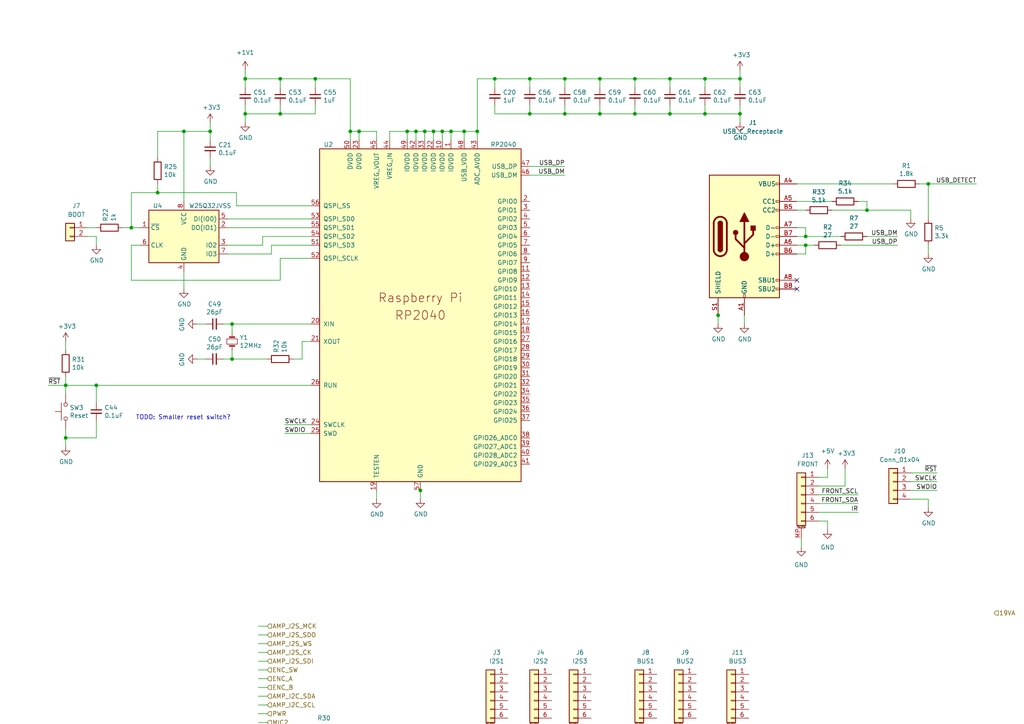
<source format=kicad_sch>
(kicad_sch (version 20210621) (generator eeschema)
  (paper "A4")
  (lib_symbols
    (symbol "Connector:USB_C_Receptacle_USB2.0" (pin_names (offset 1.016))
      (property "Reference" "J" (at -10.16 19.05 0))
      (property "Value" "USB_C_Receptacle_USB2.0" (at 19.05 19.05 0))
      (symbol "USB_C_Receptacle_USB2.0_0_0"
        (rectangle (start -0.254 -17.78) (end 0.254 -16.764))
        (rectangle (start 10.16 -14.986) (end 9.144 -15.494))
        (rectangle (start 10.16 -12.446) (end 9.144 -12.954))
        (rectangle (start 10.16 -4.826) (end 9.144 -5.334))
        (rectangle (start 10.16 -2.286) (end 9.144 -2.794))
        (rectangle (start 10.16 0.254) (end 9.144 -0.254))
        (rectangle (start 10.16 2.794) (end 9.144 2.286))
        (rectangle (start 10.16 7.874) (end 9.144 7.366))
        (rectangle (start 10.16 10.414) (end 9.144 9.906))
        (rectangle (start 10.16 15.494) (end 9.144 14.986))
      )
      (symbol "USB_C_Receptacle_USB2.0_0_1"
        (arc (start -8.89 -3.81) (end -5.08 -3.81) (radius (at -6.985 -3.81) (length 1.905) (angles -179.9 -0.1)) (stroke (width 0.508)))
        (arc (start -7.62 -3.81) (end -6.35 -3.81) (radius (at -6.985 -3.81) (length 0.635) (angles -179.9 -0.1)) (stroke (width 0.254)))
        (arc (start -6.35 3.81) (end -7.62 3.81) (radius (at -6.985 3.81) (length 0.635) (angles 0.1 179.9)) (stroke (width 0.254)))
        (arc (start -5.08 3.81) (end -8.89 3.81) (radius (at -6.985 3.81) (length 1.905) (angles 0.1 179.9)) (stroke (width 0.508)))
        (arc (start -7.62 -3.81) (end -6.35 -3.81) (radius (at -6.985 -3.81) (length 0.635) (angles -179.9 -0.1)) (stroke (width 0.254)) (fill (type outline)))
        (arc (start -6.35 3.81) (end -7.62 3.81) (radius (at -6.985 3.81) (length 0.635) (angles 0.1 179.9)) (stroke (width 0.254)) (fill (type outline)))
        (circle (center -2.54 1.143) (radius 0.635) (stroke (width 0.254)) (fill (type outline)))
        (circle (center 0 -5.842) (radius 1.27) (fill (type outline)))
        (rectangle (start -7.62 -3.81) (end -6.35 3.81) (stroke (width 0.254)) (fill (type outline)))
        (rectangle (start 1.905 1.778) (end 3.175 3.048) (stroke (width 0.254)) (fill (type outline)))
        (rectangle (start -10.16 17.78) (end 10.16 -17.78) (stroke (width 0.254)) (fill (type background)))
        (polyline (pts (xy -8.89 -3.81) (xy -8.89 3.81)) (stroke (width 0.508)))
        (polyline (pts (xy -5.08 3.81) (xy -5.08 -3.81)) (stroke (width 0.508)))
        (polyline (pts (xy 0 -5.842) (xy 0 4.318)) (stroke (width 0.508)))
        (polyline (pts (xy 0 -3.302) (xy -2.54 -0.762) (xy -2.54 0.508)) (stroke (width 0.508)))
        (polyline (pts (xy 0 -2.032) (xy 2.54 0.508) (xy 2.54 1.778)) (stroke (width 0.508)))
        (polyline (pts (xy -1.27 4.318) (xy 0 6.858) (xy 1.27 4.318) (xy -1.27 4.318)) (stroke (width 0.254)) (fill (type outline)))
      )
      (symbol "USB_C_Receptacle_USB2.0_1_1"
        (pin passive line (at 0 -22.86 90) (length 5.08) (name "GND") (number "A1"))
        (pin passive line (at 0 -22.86 90) (length 5.08) hide (name "GND") (number "A12"))
        (pin passive line (at 15.24 15.24 180) (length 5.08) (name "VBUS") (number "A4"))
        (pin bidirectional line (at 15.24 10.16 180) (length 5.08) (name "CC1") (number "A5"))
        (pin bidirectional line (at 15.24 -2.54 180) (length 5.08) (name "D+") (number "A6"))
        (pin bidirectional line (at 15.24 2.54 180) (length 5.08) (name "D-") (number "A7"))
        (pin bidirectional line (at 15.24 -12.7 180) (length 5.08) (name "SBU1") (number "A8"))
        (pin passive line (at 15.24 15.24 180) (length 5.08) hide (name "VBUS") (number "A9"))
        (pin passive line (at 0 -22.86 90) (length 5.08) hide (name "GND") (number "B1"))
        (pin passive line (at 0 -22.86 90) (length 5.08) hide (name "GND") (number "B12"))
        (pin passive line (at 15.24 15.24 180) (length 5.08) hide (name "VBUS") (number "B4"))
        (pin bidirectional line (at 15.24 7.62 180) (length 5.08) (name "CC2") (number "B5"))
        (pin bidirectional line (at 15.24 -5.08 180) (length 5.08) (name "D+") (number "B6"))
        (pin bidirectional line (at 15.24 0 180) (length 5.08) (name "D-") (number "B7"))
        (pin bidirectional line (at 15.24 -15.24 180) (length 5.08) (name "SBU2") (number "B8"))
        (pin passive line (at 15.24 15.24 180) (length 5.08) hide (name "VBUS") (number "B9"))
        (pin passive line (at -7.62 -22.86 90) (length 5.08) (name "SHIELD") (number "S1"))
      )
    )
    (symbol "Connector_Generic:Conn_01x02" (pin_names (offset 1.016) hide)
      (property "Reference" "J" (at 0 2.54 0))
      (property "Value" "Conn_01x02" (at 0 -5.08 0))
      (symbol "Conn_01x02_1_1"
        (rectangle (start -1.27 -2.413) (end 0 -2.667) (stroke (width 0.1524)))
        (rectangle (start -1.27 0.127) (end 0 -0.127) (stroke (width 0.1524)))
        (rectangle (start -1.27 1.27) (end 1.27 -3.81) (stroke (width 0.254)) (fill (type background)))
        (pin passive line (at -5.08 0 0) (length 3.81) (name "Pin_1") (number "1"))
        (pin passive line (at -5.08 -2.54 0) (length 3.81) (name "Pin_2") (number "2"))
      )
    )
    (symbol "Connector_Generic:Conn_01x04" (pin_names (offset 1.016) hide)
      (property "Reference" "J" (at 0 5.08 0))
      (property "Value" "Conn_01x04" (at 0 -7.62 0))
      (symbol "Conn_01x04_1_1"
        (rectangle (start -1.27 -4.953) (end 0 -5.207) (stroke (width 0.1524)))
        (rectangle (start -1.27 -2.413) (end 0 -2.667) (stroke (width 0.1524)))
        (rectangle (start -1.27 0.127) (end 0 -0.127) (stroke (width 0.1524)))
        (rectangle (start -1.27 2.667) (end 0 2.413) (stroke (width 0.1524)))
        (rectangle (start -1.27 3.81) (end 1.27 -6.35) (stroke (width 0.254)) (fill (type background)))
        (pin passive line (at -5.08 2.54 0) (length 3.81) (name "Pin_1") (number "1"))
        (pin passive line (at -5.08 0 0) (length 3.81) (name "Pin_2") (number "2"))
        (pin passive line (at -5.08 -2.54 0) (length 3.81) (name "Pin_3") (number "3"))
        (pin passive line (at -5.08 -5.08 0) (length 3.81) (name "Pin_4") (number "4"))
      )
    )
    (symbol "Connector_Generic_MountingPin:Conn_01x06_MountingPin" (pin_names (offset 1.016) hide)
      (property "Reference" "J" (at 0 7.62 0))
      (property "Value" "Conn_01x06_MountingPin" (at 1.27 -10.16 0))
      (symbol "Conn_01x06_MountingPin_1_1"
        (text "Mounting" (at 0 -9.271 0) (effects (font (size 0.381 0.381))))
        (rectangle (start -1.27 -7.493) (end 0 -7.747) (stroke (width 0.1524)))
        (rectangle (start -1.27 -4.953) (end 0 -5.207) (stroke (width 0.1524)))
        (rectangle (start -1.27 -2.413) (end 0 -2.667) (stroke (width 0.1524)))
        (rectangle (start -1.27 0.127) (end 0 -0.127) (stroke (width 0.1524)))
        (rectangle (start -1.27 2.667) (end 0 2.413) (stroke (width 0.1524)))
        (rectangle (start -1.27 5.207) (end 0 4.953) (stroke (width 0.1524)))
        (rectangle (start -1.27 6.35) (end 1.27 -8.89) (stroke (width 0.254)) (fill (type background)))
        (polyline (pts (xy -1.016 -9.652) (xy 1.016 -9.652)) (stroke (width 0.1524)))
        (pin passive line (at -5.08 5.08 0) (length 3.81) (name "Pin_1") (number "1"))
        (pin passive line (at -5.08 2.54 0) (length 3.81) (name "Pin_2") (number "2"))
        (pin passive line (at -5.08 0 0) (length 3.81) (name "Pin_3") (number "3"))
        (pin passive line (at -5.08 -2.54 0) (length 3.81) (name "Pin_4") (number "4"))
        (pin passive line (at -5.08 -5.08 0) (length 3.81) (name "Pin_5") (number "5"))
        (pin passive line (at -5.08 -7.62 0) (length 3.81) (name "Pin_6") (number "6"))
        (pin passive line (at 0 -12.7 90) (length 3.048) (name "MountPin") (number "MP"))
      )
    )
    (symbol "Device:C_Small" (pin_numbers hide) (pin_names (offset 0.254) hide)
      (property "Reference" "C" (at 0.254 1.778 0))
      (property "Value" "C_Small" (at 0.254 -2.032 0))
      (symbol "C_Small_0_1"
        (polyline (pts (xy -1.524 -0.508) (xy 1.524 -0.508)) (stroke (width 0.3302)))
        (polyline (pts (xy -1.524 0.508) (xy 1.524 0.508)) (stroke (width 0.3048)))
      )
      (symbol "C_Small_1_1"
        (pin passive line (at 0 2.54 270) (length 2.032) (name "~") (number "1"))
        (pin passive line (at 0 -2.54 90) (length 2.032) (name "~") (number "2"))
      )
    )
    (symbol "Device:Crystal_Small" (pin_numbers hide) (pin_names (offset 1.016) hide)
      (property "Reference" "Y" (at 0 2.54 0))
      (property "Value" "Crystal_Small" (at 0 -2.54 0))
      (symbol "Crystal_Small_0_1"
        (rectangle (start -0.762 -1.524) (end 0.762 1.524))
        (polyline (pts (xy -1.27 -0.762) (xy -1.27 0.762)) (stroke (width 0.381)))
        (polyline (pts (xy 1.27 -0.762) (xy 1.27 0.762)) (stroke (width 0.381)))
      )
      (symbol "Crystal_Small_1_1"
        (pin passive line (at -2.54 0 0) (length 1.27) (name "1") (number "1"))
        (pin passive line (at 2.54 0 180) (length 1.27) (name "2") (number "2"))
      )
    )
    (symbol "Device:R" (pin_numbers hide) (pin_names (offset 0))
      (property "Reference" "R" (at 2.032 0 90))
      (property "Value" "R" (at 0 0 90))
      (symbol "R_0_1"
        (rectangle (start -1.016 -2.54) (end 1.016 2.54) (stroke (width 0.254)))
      )
      (symbol "R_1_1"
        (pin passive line (at 0 3.81 270) (length 1.27) (name "~") (number "1"))
        (pin passive line (at 0 -3.81 90) (length 1.27) (name "~") (number "2"))
      )
    )
    (symbol "MCU_RaspberryPi_and_Boards:RP2040" (pin_names (offset 1.016))
      (property "Reference" "U" (at -29.21 49.53 0))
      (property "Value" "RP2040" (at 24.13 -49.53 0))
      (symbol "RP2040_0_0"
        (text "Raspberry Pi" (at 0 5.08 0) (effects (font (size 2.54 2.54))))
        (text "RP2040" (at 0 0 0) (effects (font (size 2.54 2.54))))
      )
      (symbol "RP2040_0_1"
        (rectangle (start 29.21 48.26) (end -29.21 -48.26) (stroke (width 0.254)) (fill (type background)))
      )
      (symbol "RP2040_1_1"
        (pin power_in line (at 8.89 50.8 270) (length 2.54) (name "IOVDD") (number "1"))
        (pin power_in line (at 6.35 50.8 270) (length 2.54) (name "IOVDD") (number "10"))
        (pin bidirectional line (at 31.75 12.7 180) (length 2.54) (name "GPIO8") (number "11"))
        (pin bidirectional line (at 31.75 10.16 180) (length 2.54) (name "GPIO9") (number "12"))
        (pin bidirectional line (at 31.75 7.62 180) (length 2.54) (name "GPIO10") (number "13"))
        (pin bidirectional line (at 31.75 5.08 180) (length 2.54) (name "GPIO11") (number "14"))
        (pin bidirectional line (at 31.75 2.54 180) (length 2.54) (name "GPIO12") (number "15"))
        (pin bidirectional line (at 31.75 0 180) (length 2.54) (name "GPIO13") (number "16"))
        (pin bidirectional line (at 31.75 -2.54 180) (length 2.54) (name "GPIO14") (number "17"))
        (pin bidirectional line (at 31.75 -5.08 180) (length 2.54) (name "GPIO15") (number "18"))
        (pin passive line (at -12.7 -50.8 90) (length 2.54) (name "TESTEN") (number "19"))
        (pin bidirectional line (at 31.75 33.02 180) (length 2.54) (name "GPIO0") (number "2"))
        (pin input line (at -31.75 -2.54 0) (length 2.54) (name "XIN") (number "20"))
        (pin passive line (at -31.75 -7.62 0) (length 2.54) (name "XOUT") (number "21"))
        (pin power_in line (at 3.81 50.8 270) (length 2.54) (name "IOVDD") (number "22"))
        (pin power_in line (at -17.78 50.8 270) (length 2.54) (name "DVDD") (number "23"))
        (pin output line (at -31.75 -31.75 0) (length 2.54) (name "SWCLK") (number "24"))
        (pin bidirectional line (at -31.75 -34.29 0) (length 2.54) (name "SWD") (number "25"))
        (pin input line (at -31.75 -20.32 0) (length 2.54) (name "RUN") (number "26"))
        (pin bidirectional line (at 31.75 -7.62 180) (length 2.54) (name "GPIO16") (number "27"))
        (pin bidirectional line (at 31.75 -10.16 180) (length 2.54) (name "GPIO17") (number "28"))
        (pin bidirectional line (at 31.75 -12.7 180) (length 2.54) (name "GPIO18") (number "29"))
        (pin bidirectional line (at 31.75 30.48 180) (length 2.54) (name "GPIO1") (number "3"))
        (pin bidirectional line (at 31.75 -15.24 180) (length 2.54) (name "GPIO19") (number "30"))
        (pin bidirectional line (at 31.75 -17.78 180) (length 2.54) (name "GPIO20") (number "31"))
        (pin bidirectional line (at 31.75 -20.32 180) (length 2.54) (name "GPIO21") (number "32"))
        (pin power_in line (at 1.27 50.8 270) (length 2.54) (name "IOVDD") (number "33"))
        (pin bidirectional line (at 31.75 -22.86 180) (length 2.54) (name "GPIO22") (number "34"))
        (pin bidirectional line (at 31.75 -25.4 180) (length 2.54) (name "GPIO23") (number "35"))
        (pin bidirectional line (at 31.75 -27.94 180) (length 2.54) (name "GPIO24") (number "36"))
        (pin bidirectional line (at 31.75 -30.48 180) (length 2.54) (name "GPIO25") (number "37"))
        (pin bidirectional line (at 31.75 -35.56 180) (length 2.54) (name "GPIO26_ADC0") (number "38"))
        (pin bidirectional line (at 31.75 -38.1 180) (length 2.54) (name "GPIO27_ADC1") (number "39"))
        (pin bidirectional line (at 31.75 27.94 180) (length 2.54) (name "GPIO2") (number "4"))
        (pin bidirectional line (at 31.75 -40.64 180) (length 2.54) (name "GPIO28_ADC2") (number "40"))
        (pin bidirectional line (at 31.75 -43.18 180) (length 2.54) (name "GPIO29_ADC3") (number "41"))
        (pin power_in line (at -1.27 50.8 270) (length 2.54) (name "IOVDD") (number "42"))
        (pin power_in line (at 16.51 50.8 270) (length 2.54) (name "ADC_AVDD") (number "43"))
        (pin power_in line (at -8.89 50.8 270) (length 2.54) (name "VREG_IN") (number "44"))
        (pin power_out line (at -12.7 50.8 270) (length 2.54) (name "VREG_VOUT") (number "45"))
        (pin bidirectional line (at 31.75 40.64 180) (length 2.54) (name "USB_DM") (number "46"))
        (pin bidirectional line (at 31.75 43.18 180) (length 2.54) (name "USB_DP") (number "47"))
        (pin power_in line (at 12.7 50.8 270) (length 2.54) (name "USB_VDD") (number "48"))
        (pin power_in line (at -3.81 50.8 270) (length 2.54) (name "IOVDD") (number "49"))
        (pin bidirectional line (at 31.75 25.4 180) (length 2.54) (name "GPIO3") (number "5"))
        (pin power_in line (at -20.32 50.8 270) (length 2.54) (name "DVDD") (number "50"))
        (pin bidirectional line (at -31.75 20.32 0) (length 2.54) (name "QSPI_SD3") (number "51"))
        (pin output line (at -31.75 16.51 0) (length 2.54) (name "QSPI_SCLK") (number "52"))
        (pin bidirectional line (at -31.75 27.94 0) (length 2.54) (name "QSPI_SD0") (number "53"))
        (pin bidirectional line (at -31.75 22.86 0) (length 2.54) (name "QSPI_SD2") (number "54"))
        (pin bidirectional line (at -31.75 25.4 0) (length 2.54) (name "QSPI_SD1") (number "55"))
        (pin bidirectional line (at -31.75 31.75 0) (length 2.54) (name "QSPI_SS") (number "56"))
        (pin power_in line (at 0 -50.8 90) (length 2.54) (name "GND") (number "57"))
        (pin bidirectional line (at 31.75 22.86 180) (length 2.54) (name "GPIO4") (number "6"))
        (pin bidirectional line (at 31.75 20.32 180) (length 2.54) (name "GPIO5") (number "7"))
        (pin bidirectional line (at 31.75 17.78 180) (length 2.54) (name "GPIO6") (number "8"))
        (pin bidirectional line (at 31.75 15.24 180) (length 2.54) (name "GPIO7") (number "9"))
      )
    )
    (symbol "Memory_Flash:W25Q32JVSS"
      (property "Reference" "U" (at -8.89 8.89 0))
      (property "Value" "W25Q32JVSS" (at 7.62 8.89 0))
      (symbol "W25Q32JVSS_0_1"
        (rectangle (start -10.16 7.62) (end 10.16 -7.62) (stroke (width 0.254)) (fill (type background)))
      )
      (symbol "W25Q32JVSS_1_1"
        (pin input line (at -12.7 2.54 0) (length 2.54) (name "~{CS}") (number "1"))
        (pin bidirectional line (at 12.7 2.54 180) (length 2.54) (name "DO(IO1)") (number "2"))
        (pin bidirectional line (at 12.7 -2.54 180) (length 2.54) (name "IO2") (number "3"))
        (pin power_in line (at 0 -10.16 90) (length 2.54) (name "GND") (number "4"))
        (pin bidirectional line (at 12.7 5.08 180) (length 2.54) (name "DI(IO0)") (number "5"))
        (pin input line (at -12.7 -2.54 0) (length 2.54) (name "CLK") (number "6"))
        (pin bidirectional line (at 12.7 -5.08 180) (length 2.54) (name "IO3") (number "7"))
        (pin power_in line (at 0 10.16 270) (length 2.54) (name "VCC") (number "8"))
      )
    )
    (symbol "Switch:SW_Push" (pin_numbers hide) (pin_names (offset 1.016) hide)
      (property "Reference" "SW" (at 1.27 2.54 0))
      (property "Value" "SW_Push" (at 0 -1.524 0))
      (symbol "SW_Push_0_1"
        (circle (center -2.032 0) (radius 0.508))
        (circle (center 2.032 0) (radius 0.508))
        (polyline (pts (xy 0 1.27) (xy 0 3.048)))
        (polyline (pts (xy 2.54 1.27) (xy -2.54 1.27)))
        (pin passive line (at -5.08 0 0) (length 2.54) (name "1") (number "1"))
        (pin passive line (at 5.08 0 180) (length 2.54) (name "2") (number "2"))
      )
    )
    (symbol "power:+1V1" (power) (pin_names (offset 0))
      (property "Value" "+1V1" (at 0 3.556 0))
      (symbol "+1V1_0_1"
        (polyline (pts (xy -0.762 1.27) (xy 0 2.54)))
        (polyline (pts (xy 0 0) (xy 0 2.54)))
        (polyline (pts (xy 0 2.54) (xy 0.762 1.27)))
      )
      (symbol "+1V1_1_1"
        (pin power_in line (at 0 0 90) (length 0) hide (name "+1V1") (number "1"))
      )
    )
    (symbol "power:+3.3V" (power) (pin_names (offset 0))
      (property "Value" "+3.3V" (at 0 3.556 0))
      (symbol "+3.3V_0_1"
        (polyline (pts (xy -0.762 1.27) (xy 0 2.54)))
        (polyline (pts (xy 0 0) (xy 0 2.54)))
        (polyline (pts (xy 0 2.54) (xy 0.762 1.27)))
      )
      (symbol "+3.3V_1_1"
        (pin power_in line (at 0 0 90) (length 0) hide (name "+3V3") (number "1"))
      )
    )
    (symbol "power:+5V" (power) (pin_names (offset 0))
      (property "Value" "+5V" (at 0 3.556 0))
      (symbol "+5V_0_1"
        (polyline (pts (xy -0.762 1.27) (xy 0 2.54)))
        (polyline (pts (xy 0 0) (xy 0 2.54)))
        (polyline (pts (xy 0 2.54) (xy 0.762 1.27)))
      )
      (symbol "+5V_1_1"
        (pin power_in line (at 0 0 90) (length 0) hide (name "+5V") (number "1"))
      )
    )
    (symbol "power:GND" (power) (pin_names (offset 0))
      (property "Value" "GND" (at 0 -3.81 0))
      (symbol "GND_0_1"
        (polyline (pts (xy 0 0) (xy 0 -1.27) (xy 1.27 -1.27) (xy 0 -2.54) (xy -1.27 -1.27) (xy 0 -1.27)))
      )
      (symbol "GND_1_1"
        (pin power_in line (at 0 0 270) (length 0) hide (name "GND") (number "1"))
      )
    )
  )
  (junction (at 19.05 111.76) (diameter 0.9144))
  (junction (at 19.05 127) (diameter 0.9144))
  (junction (at 27.94 111.76) (diameter 0.9144))
  (junction (at 38.1 66.04))
  (junction (at 45.72 55.88))
  (junction (at 53.34 38.1))
  (junction (at 60.96 38.1))
  (junction (at 67.31 93.98) (diameter 0.9144))
  (junction (at 67.31 104.14))
  (junction (at 71.12 22.86))
  (junction (at 71.12 33.02))
  (junction (at 81.28 22.86) (diameter 0.9144))
  (junction (at 81.28 33.02) (diameter 0.9144))
  (junction (at 91.44 22.86))
  (junction (at 101.6 38.1))
  (junction (at 104.14 38.1))
  (junction (at 118.11 38.1))
  (junction (at 120.65 38.1))
  (junction (at 121.92 142.24))
  (junction (at 123.19 38.1))
  (junction (at 125.73 38.1))
  (junction (at 128.27 38.1))
  (junction (at 130.81 38.1))
  (junction (at 134.62 38.1))
  (junction (at 138.43 38.1))
  (junction (at 143.51 22.86))
  (junction (at 153.67 22.86) (diameter 0.9144))
  (junction (at 153.67 33.02))
  (junction (at 163.83 22.86) (diameter 0.9144))
  (junction (at 163.83 33.02) (diameter 0.9144))
  (junction (at 173.99 22.86) (diameter 0.9144))
  (junction (at 173.99 33.02) (diameter 0.9144))
  (junction (at 184.15 22.86) (diameter 0.9144))
  (junction (at 184.15 33.02) (diameter 0.9144))
  (junction (at 194.31 22.86) (diameter 0.9144))
  (junction (at 194.31 33.02) (diameter 0.9144))
  (junction (at 204.47 22.86) (diameter 0.9144))
  (junction (at 204.47 33.02) (diameter 0.9144))
  (junction (at 208.28 91.44))
  (junction (at 214.63 22.86))
  (junction (at 214.63 33.02) (diameter 0.9144))
  (junction (at 233.68 68.58))
  (junction (at 233.68 71.12))
  (junction (at 251.46 60.96))
  (junction (at 269.24 53.34))
  (no_connect (at 231.14 81.28))
  (no_connect (at 231.14 83.82))
  (wire (pts (xy 13.97 111.76) (xy 19.05 111.76)))
  (wire (pts (xy 19.05 99.06) (xy 19.05 101.6)))
  (wire (pts (xy 19.05 109.22) (xy 19.05 111.76)))
  (wire (pts (xy 19.05 111.76) (xy 19.05 114.3)))
  (wire (pts (xy 19.05 124.46) (xy 19.05 127)))
  (wire (pts (xy 19.05 127) (xy 27.94 127)))
  (wire (pts (xy 19.05 129.54) (xy 19.05 127)))
  (wire (pts (xy 25.4 66.04) (xy 27.94 66.04)))
  (wire (pts (xy 27.94 68.58) (xy 25.4 68.58)))
  (wire (pts (xy 27.94 71.12) (xy 27.94 68.58)))
  (wire (pts (xy 27.94 111.76) (xy 19.05 111.76)))
  (wire (pts (xy 27.94 111.76) (xy 90.17 111.76)))
  (wire (pts (xy 27.94 116.84) (xy 27.94 111.76)))
  (wire (pts (xy 27.94 127) (xy 27.94 121.92)))
  (wire (pts (xy 35.56 66.04) (xy 38.1 66.04)))
  (wire (pts (xy 38.1 55.88) (xy 38.1 66.04)))
  (wire (pts (xy 38.1 66.04) (xy 40.64 66.04)))
  (wire (pts (xy 38.1 71.12) (xy 40.64 71.12)))
  (wire (pts (xy 38.1 81.28) (xy 38.1 71.12)))
  (wire (pts (xy 45.72 38.1) (xy 53.34 38.1)))
  (wire (pts (xy 45.72 45.72) (xy 45.72 38.1)))
  (wire (pts (xy 45.72 53.34) (xy 45.72 55.88)))
  (wire (pts (xy 45.72 55.88) (xy 38.1 55.88)))
  (wire (pts (xy 53.34 38.1) (xy 60.96 38.1)))
  (wire (pts (xy 53.34 58.42) (xy 53.34 38.1)))
  (wire (pts (xy 53.34 78.74) (xy 53.34 83.82)))
  (wire (pts (xy 57.15 93.98) (xy 59.69 93.98)))
  (wire (pts (xy 57.15 104.14) (xy 59.69 104.14)))
  (wire (pts (xy 60.96 35.56) (xy 60.96 38.1)))
  (wire (pts (xy 60.96 38.1) (xy 60.96 40.64)))
  (wire (pts (xy 60.96 45.72) (xy 60.96 48.26)))
  (wire (pts (xy 64.77 93.98) (xy 67.31 93.98)))
  (wire (pts (xy 64.77 104.14) (xy 67.31 104.14)))
  (wire (pts (xy 66.04 63.5) (xy 90.17 63.5)))
  (wire (pts (xy 66.04 66.04) (xy 90.17 66.04)))
  (wire (pts (xy 66.04 73.66) (xy 78.74 73.66)))
  (wire (pts (xy 67.31 93.98) (xy 67.31 96.52)))
  (wire (pts (xy 67.31 93.98) (xy 90.17 93.98)))
  (wire (pts (xy 67.31 101.6) (xy 67.31 104.14)))
  (wire (pts (xy 67.31 104.14) (xy 77.47 104.14)))
  (wire (pts (xy 68.58 55.88) (xy 45.72 55.88)))
  (wire (pts (xy 68.58 59.69) (xy 68.58 55.88)))
  (wire (pts (xy 71.12 20.32) (xy 71.12 22.86)))
  (wire (pts (xy 71.12 22.86) (xy 71.12 25.4)))
  (wire (pts (xy 71.12 22.86) (xy 81.28 22.86)))
  (wire (pts (xy 71.12 30.48) (xy 71.12 33.02)))
  (wire (pts (xy 71.12 33.02) (xy 71.12 35.56)))
  (wire (pts (xy 74.93 184.15) (xy 77.47 184.15)))
  (wire (pts (xy 74.93 189.23) (xy 77.47 189.23)))
  (wire (pts (xy 74.93 194.31) (xy 77.47 194.31)))
  (wire (pts (xy 74.93 196.85) (xy 77.47 196.85)))
  (wire (pts (xy 74.93 199.39) (xy 77.47 199.39)))
  (wire (pts (xy 74.93 201.93) (xy 77.47 201.93)))
  (wire (pts (xy 74.93 207.01) (xy 77.47 207.01)))
  (wire (pts (xy 74.93 209.55) (xy 77.47 209.55)))
  (wire (pts (xy 74.93 212.09) (xy 77.47 212.09)))
  (wire (pts (xy 76.2 68.58) (xy 76.2 71.12)))
  (wire (pts (xy 76.2 71.12) (xy 66.04 71.12)))
  (wire (pts (xy 77.47 181.61) (xy 74.93 181.61)))
  (wire (pts (xy 77.47 186.69) (xy 74.93 186.69)))
  (wire (pts (xy 77.47 191.77) (xy 74.93 191.77)))
  (wire (pts (xy 77.47 204.47) (xy 74.93 204.47)))
  (wire (pts (xy 78.74 71.12) (xy 90.17 71.12)))
  (wire (pts (xy 78.74 73.66) (xy 78.74 71.12)))
  (wire (pts (xy 81.28 22.86) (xy 81.28 25.4)))
  (wire (pts (xy 81.28 22.86) (xy 91.44 22.86)))
  (wire (pts (xy 81.28 30.48) (xy 81.28 33.02)))
  (wire (pts (xy 81.28 33.02) (xy 71.12 33.02)))
  (wire (pts (xy 81.28 74.93) (xy 81.28 81.28)))
  (wire (pts (xy 81.28 81.28) (xy 38.1 81.28)))
  (wire (pts (xy 87.63 99.06) (xy 87.63 104.14)))
  (wire (pts (xy 87.63 104.14) (xy 85.09 104.14)))
  (wire (pts (xy 90.17 59.69) (xy 68.58 59.69)))
  (wire (pts (xy 90.17 68.58) (xy 76.2 68.58)))
  (wire (pts (xy 90.17 74.93) (xy 81.28 74.93)))
  (wire (pts (xy 90.17 99.06) (xy 87.63 99.06)))
  (wire (pts (xy 90.17 123.19) (xy 82.55 123.19)))
  (wire (pts (xy 90.17 125.73) (xy 82.55 125.73)))
  (wire (pts (xy 90.17 214.63) (xy 74.93 214.63)))
  (wire (pts (xy 91.44 22.86) (xy 91.44 25.4)))
  (wire (pts (xy 91.44 30.48) (xy 91.44 33.02)))
  (wire (pts (xy 91.44 33.02) (xy 81.28 33.02)))
  (wire (pts (xy 100.33 214.63) (xy 97.79 214.63)))
  (wire (pts (xy 101.6 22.86) (xy 91.44 22.86)))
  (wire (pts (xy 101.6 38.1) (xy 101.6 22.86)))
  (wire (pts (xy 101.6 38.1) (xy 101.6 40.64)))
  (wire (pts (xy 104.14 38.1) (xy 101.6 38.1)))
  (wire (pts (xy 104.14 38.1) (xy 104.14 40.64)))
  (wire (pts (xy 109.22 38.1) (xy 104.14 38.1)))
  (wire (pts (xy 109.22 40.64) (xy 109.22 38.1)))
  (wire (pts (xy 109.22 144.78) (xy 109.22 142.24)))
  (wire (pts (xy 113.03 38.1) (xy 118.11 38.1)))
  (wire (pts (xy 113.03 40.64) (xy 113.03 38.1)))
  (wire (pts (xy 118.11 38.1) (xy 118.11 40.64)))
  (wire (pts (xy 118.11 38.1) (xy 120.65 38.1)))
  (wire (pts (xy 120.65 38.1) (xy 120.65 40.64)))
  (wire (pts (xy 120.65 38.1) (xy 123.19 38.1)))
  (wire (pts (xy 121.92 142.24) (xy 121.92 142.1715)))
  (wire (pts (xy 121.92 144.7115) (xy 121.92 142.24)))
  (wire (pts (xy 123.19 38.1) (xy 123.19 40.64)))
  (wire (pts (xy 123.19 38.1) (xy 125.73 38.1)))
  (wire (pts (xy 125.73 38.1) (xy 125.73 40.64)))
  (wire (pts (xy 125.73 38.1) (xy 128.27 38.1)))
  (wire (pts (xy 128.27 38.1) (xy 128.27 40.64)))
  (wire (pts (xy 128.27 38.1) (xy 130.81 38.1)))
  (wire (pts (xy 130.81 38.1) (xy 130.81 40.64)))
  (wire (pts (xy 130.81 38.1) (xy 134.62 38.1)))
  (wire (pts (xy 134.62 38.1) (xy 134.62 40.64)))
  (wire (pts (xy 134.62 38.1) (xy 138.43 38.1)))
  (wire (pts (xy 138.43 22.86) (xy 143.51 22.86)))
  (wire (pts (xy 138.43 38.1) (xy 138.43 22.86)))
  (wire (pts (xy 138.43 40.64) (xy 138.43 38.1)))
  (wire (pts (xy 142.24 213.36) (xy 142.24 215.9)))
  (wire (pts (xy 143.51 22.86) (xy 143.51 25.4)))
  (wire (pts (xy 143.51 22.86) (xy 153.67 22.86)))
  (wire (pts (xy 143.51 30.48) (xy 143.51 33.02)))
  (wire (pts (xy 143.51 33.02) (xy 153.67 33.02)))
  (wire (pts (xy 153.67 22.86) (xy 153.67 25.4)))
  (wire (pts (xy 153.67 22.86) (xy 163.83 22.86)))
  (wire (pts (xy 153.67 30.48) (xy 153.67 33.02)))
  (wire (pts (xy 153.67 48.26) (xy 163.83 48.26)))
  (wire (pts (xy 153.67 50.8) (xy 163.83 50.8)))
  (wire (pts (xy 154.94 213.36) (xy 154.94 215.9)))
  (wire (pts (xy 163.83 22.86) (xy 163.83 25.4)))
  (wire (pts (xy 163.83 22.86) (xy 173.99 22.86)))
  (wire (pts (xy 163.83 30.48) (xy 163.83 33.02)))
  (wire (pts (xy 163.83 33.02) (xy 153.67 33.02)))
  (wire (pts (xy 166.37 213.36) (xy 166.37 215.9)))
  (wire (pts (xy 173.99 22.86) (xy 173.99 25.4)))
  (wire (pts (xy 173.99 22.86) (xy 184.15 22.86)))
  (wire (pts (xy 173.99 30.48) (xy 173.99 33.02)))
  (wire (pts (xy 173.99 33.02) (xy 163.83 33.02)))
  (wire (pts (xy 184.15 22.86) (xy 184.15 25.4)))
  (wire (pts (xy 184.15 22.86) (xy 194.31 22.86)))
  (wire (pts (xy 184.15 30.48) (xy 184.15 33.02)))
  (wire (pts (xy 184.15 33.02) (xy 173.99 33.02)))
  (wire (pts (xy 185.42 213.36) (xy 185.42 215.9)))
  (wire (pts (xy 194.31 22.86) (xy 194.31 25.4)))
  (wire (pts (xy 194.31 22.86) (xy 204.47 22.86)))
  (wire (pts (xy 194.31 30.48) (xy 194.31 33.02)))
  (wire (pts (xy 194.31 33.02) (xy 184.15 33.02)))
  (wire (pts (xy 196.85 213.36) (xy 196.85 215.9)))
  (wire (pts (xy 204.47 22.86) (xy 204.47 25.4)))
  (wire (pts (xy 204.47 22.86) (xy 214.63 22.86)))
  (wire (pts (xy 204.47 30.48) (xy 204.47 33.02)))
  (wire (pts (xy 204.47 33.02) (xy 194.31 33.02)))
  (wire (pts (xy 208.28 91.3993) (xy 208.28 91.44)))
  (wire (pts (xy 208.28 91.44) (xy 208.28 93.9393)))
  (wire (pts (xy 212.09 213.36) (xy 212.09 215.9)))
  (wire (pts (xy 214.63 20.32) (xy 214.63 22.86)))
  (wire (pts (xy 214.63 22.86) (xy 214.63 25.4)))
  (wire (pts (xy 214.63 30.48) (xy 214.63 33.02)))
  (wire (pts (xy 214.63 33.02) (xy 204.47 33.02)))
  (wire (pts (xy 214.63 33.02) (xy 214.63 35.56)))
  (wire (pts (xy 215.9 91.44) (xy 215.9 93.98)))
  (wire (pts (xy 231.14 53.34) (xy 259.08 53.34)))
  (wire (pts (xy 231.14 58.42) (xy 241.3 58.42)))
  (wire (pts (xy 231.14 60.96) (xy 233.68 60.96)))
  (wire (pts (xy 231.14 66.04) (xy 233.68 66.04)))
  (wire (pts (xy 231.14 68.58) (xy 233.68 68.58)))
  (wire (pts (xy 231.14 71.12) (xy 233.68 71.12)))
  (wire (pts (xy 231.14 73.66) (xy 233.68 73.66)))
  (wire (pts (xy 232.41 156.21) (xy 232.41 158.75)))
  (wire (pts (xy 233.68 66.04) (xy 233.68 68.58)))
  (wire (pts (xy 233.68 71.12) (xy 236.22 71.12)))
  (wire (pts (xy 233.68 73.66) (xy 233.68 71.12)))
  (wire (pts (xy 237.49 138.43) (xy 240.03 138.43)))
  (wire (pts (xy 237.49 143.51) (xy 248.92 143.51)))
  (wire (pts (xy 237.49 146.05) (xy 248.92 146.05)))
  (wire (pts (xy 237.49 148.59) (xy 248.92 148.59)))
  (wire (pts (xy 237.49 151.13) (xy 240.03 151.13)))
  (wire (pts (xy 240.03 138.43) (xy 240.03 135.89)))
  (wire (pts (xy 240.03 151.13) (xy 240.03 153.67)))
  (wire (pts (xy 241.3 60.96) (xy 251.46 60.96)))
  (wire (pts (xy 243.84 68.58) (xy 233.68 68.58)))
  (wire (pts (xy 243.84 71.12) (xy 260.35 71.12)))
  (wire (pts (xy 245.11 135.89) (xy 245.11 140.97)))
  (wire (pts (xy 245.11 140.97) (xy 237.49 140.97)))
  (wire (pts (xy 248.92 58.42) (xy 251.46 58.42)))
  (wire (pts (xy 251.46 58.42) (xy 251.46 60.96)))
  (wire (pts (xy 251.46 60.96) (xy 264.16 60.96)))
  (wire (pts (xy 251.46 68.58) (xy 260.35 68.58)))
  (wire (pts (xy 264.16 63.5) (xy 264.16 60.96)))
  (wire (pts (xy 264.16 139.7) (xy 271.78 139.7)))
  (wire (pts (xy 264.16 142.24) (xy 271.78 142.24)))
  (wire (pts (xy 266.7 53.34) (xy 269.24 53.34)))
  (wire (pts (xy 269.24 53.34) (xy 283.21 53.34)))
  (wire (pts (xy 269.24 63.5) (xy 269.24 53.34)))
  (wire (pts (xy 269.24 71.12) (xy 269.24 73.66)))
  (wire (pts (xy 269.24 144.78) (xy 264.16 144.78)))
  (wire (pts (xy 269.24 147.32) (xy 269.24 144.78)))
  (wire (pts (xy 271.78 137.16) (xy 264.16 137.16)))
  (text "TODO: Smaller reset switch?" (at 39.37 121.92 0) (effects (font (size 1.27 1.27)) (justify left bottom)))
  (label "~{RST}" (at 13.97 111.76 0))
  (label "SWCLK" (at 82.55 123.19 0))
  (label "SWDIO" (at 82.55 125.73 0))
  (label "USB_DP" (at 163.83 48.26 180))
  (label "USB_DM" (at 163.83 50.8 180))
  (label "FRONT_SCL" (at 248.92 143.51 180))
  (label "FRONT_SDA" (at 248.92 146.05 180))
  (label "IR" (at 248.92 148.59 180))
  (label "USB_DM" (at 260.35 68.58 180))
  (label "USB_DP" (at 260.35 71.12 180))
  (label "~{RST}" (at 271.78 137.16 180))
  (label "SWCLK" (at 271.78 139.7 180))
  (label "SWDIO" (at 271.78 142.24 180))
  (label "USB_DETECT" (at 283.21 53.34 180))
  (hierarchical_label "AMP_I2S_MCK" (shape input) (at 77.47 181.61 0))
  (hierarchical_label "AMP_I2S_SDO" (shape input) (at 77.47 184.15 0))
  (hierarchical_label "AMP_I2S_WS" (shape input) (at 77.47 186.69 0))
  (hierarchical_label "AMP_I2S_CK" (shape input) (at 77.47 189.23 0))
  (hierarchical_label "AMP_I2S_SDI" (shape input) (at 77.47 191.77 0))
  (hierarchical_label "ENC_SW" (shape input) (at 77.47 194.31 0))
  (hierarchical_label "ENC_A" (shape input) (at 77.47 196.85 0))
  (hierarchical_label "ENC_B" (shape input) (at 77.47 199.39 0))
  (hierarchical_label "AMP_I2C_SDA" (shape input) (at 77.47 201.93 0))
  (hierarchical_label "AMP_I2C_SCL" (shape input) (at 77.47 204.47 0))
  (hierarchical_label "PWR" (shape input) (at 77.47 207.01 0))
  (hierarchical_label "MIC2" (shape input) (at 77.47 209.55 0))
  (hierarchical_label "MIC1" (shape input) (at 77.47 212.09 0))
  (hierarchical_label "HP_DETECT" (shape input) (at 100.33 214.63 0))
  (hierarchical_label "19VA" (shape input) (at 288.29 177.8 0))
  (symbol (lib_id "power:+3.3V") (at 19.05 99.06 0) (unit 1)
    (property "Reference" "#PWR0170" (effects hide))
    (property "Value" "+3.3V" (at 19.431 94.6658 0))
  )
  (symbol (lib_id "power:+3.3V") (at 60.96 35.56 0) (unit 1)
    (property "Reference" "#PWR0137" (effects hide))
    (property "Value" "+3.3V" (at 61.341 31.1658 0))
  )
  (symbol (lib_id "power:+1V1") (at 71.12 20.32 0) (unit 1)
    (property "Reference" "#PWR0135" (effects hide))
    (property "Value" "+1V1" (at 71.12 15.24 0))
  )
  (symbol (lib_id "power:+3.3V") (at 214.63 20.32 0) (unit 1)
    (property "Reference" "#PWR0134" (effects hide))
    (property "Value" "+3.3V" (at 215.011 15.9258 0))
  )
  (symbol (lib_id "power:+5V") (at 240.03 135.89 0) (unit 1)
    (property "Reference" "#PWR0123" (effects hide))
    (property "Value" "+5V" (at 240.03 130.81 0))
  )
  (symbol (lib_id "power:+3.3V") (at 245.11 135.89 0) (unit 1)
    (property "Reference" "#PWR0133" (effects hide))
    (property "Value" "+3.3V" (at 245.491 131.4958 0))
  )
  (symbol (lib_id "power:GND") (at 19.05 129.54 0) (unit 1)
    (property "Reference" "#PWR0172" (effects hide))
    (property "Value" "GND" (at 19.177 133.9342 0))
  )
  (symbol (lib_id "power:GND") (at 27.94 71.12 0) (unit 1)
    (property "Reference" "#PWR0151" (effects hide))
    (property "Value" "GND" (at 28.067 75.5142 0))
  )
  (symbol (lib_id "power:GND") (at 53.34 83.82 0) (unit 1)
    (property "Reference" "#PWR0139" (effects hide))
    (property "Value" "GND" (at 53.467 88.2142 0))
  )
  (symbol (lib_id "power:GND") (at 57.15 93.98 270) (unit 1)
    (property "Reference" "#PWR0164" (effects hide))
    (property "Value" "GND" (at 52.7558 94.107 0))
  )
  (symbol (lib_id "power:GND") (at 57.15 104.14 270) (unit 1)
    (property "Reference" "#PWR0165" (effects hide))
    (property "Value" "GND" (at 52.7558 104.267 0))
  )
  (symbol (lib_id "power:GND") (at 60.96 48.26 0) (unit 1)
    (property "Reference" "#PWR0138" (effects hide))
    (property "Value" "GND" (at 61.087 52.6542 0))
  )
  (symbol (lib_id "power:GND") (at 71.12 35.56 0) (unit 1)
    (property "Reference" "#PWR0136" (effects hide))
    (property "Value" "GND" (at 71.247 39.9542 0))
  )
  (symbol (lib_id "power:GND") (at 109.22 144.78 0) (unit 1)
    (property "Reference" "#PWR0101" (effects hide))
    (property "Value" "GND" (at 109.347 149.1742 0))
  )
  (symbol (lib_id "power:GND") (at 121.92 144.7115 0) (unit 1)
    (property "Reference" "#PWR0155" (effects hide))
    (property "Value" "GND" (at 122.047 149.1057 0))
  )
  (symbol (lib_id "power:GND") (at 142.24 215.9 0) (unit 1)
    (property "Reference" "#PWR0160" (effects hide))
    (property "Value" "GND" (at 142.24 220.98 0))
  )
  (symbol (lib_id "power:GND") (at 154.94 215.9 0) (unit 1)
    (property "Reference" "#PWR0159" (effects hide))
    (property "Value" "GND" (at 154.94 220.98 0))
  )
  (symbol (lib_id "power:GND") (at 166.37 215.9 0) (unit 1)
    (property "Reference" "#PWR0167" (effects hide))
    (property "Value" "GND" (at 166.37 220.98 0))
  )
  (symbol (lib_id "power:GND") (at 185.42 215.9 0) (unit 1)
    (property "Reference" "#PWR0166" (effects hide))
    (property "Value" "GND" (at 185.42 220.98 0))
  )
  (symbol (lib_id "power:GND") (at 196.85 215.9 0) (unit 1)
    (property "Reference" "#PWR0163" (effects hide))
    (property "Value" "GND" (at 196.85 220.98 0))
  )
  (symbol (lib_id "power:GND") (at 208.28 93.9393 0) (unit 1)
    (property "Reference" "#PWR0169" (effects hide))
    (property "Value" "GND" (at 208.407 98.3335 0))
  )
  (symbol (lib_id "power:GND") (at 212.09 215.9 0) (unit 1)
    (property "Reference" "#PWR0161" (effects hide))
    (property "Value" "GND" (at 212.09 220.98 0))
  )
  (symbol (lib_id "power:GND") (at 214.63 35.56 0) (unit 1)
    (property "Reference" "#PWR0168" (effects hide))
    (property "Value" "GND" (at 214.757 39.9542 0))
  )
  (symbol (lib_id "power:GND") (at 215.9 93.98 0) (unit 1)
    (property "Reference" "#PWR0171" (effects hide))
    (property "Value" "GND" (at 216.027 98.3742 0))
  )
  (symbol (lib_id "power:GND") (at 232.41 158.75 0) (unit 1)
    (property "Reference" "#PWR0156" (effects hide))
    (property "Value" "GND" (at 232.41 163.83 0))
  )
  (symbol (lib_id "power:GND") (at 240.03 153.67 0) (unit 1)
    (property "Reference" "#PWR0122" (effects hide))
    (property "Value" "GND" (at 240.03 158.75 0))
  )
  (symbol (lib_id "power:GND") (at 264.16 63.5 0) (unit 1)
    (property "Reference" "#PWR0174" (effects hide))
    (property "Value" "GND" (at 264.287 67.8942 0))
  )
  (symbol (lib_id "power:GND") (at 269.24 73.66 0) (unit 1)
    (property "Reference" "#PWR0104" (effects hide))
    (property "Value" "GND" (at 269.367 78.0542 0))
  )
  (symbol (lib_id "power:GND") (at 269.24 147.32 0) (unit 1)
    (property "Reference" "#PWR0173" (effects hide))
    (property "Value" "GND" (at 269.367 151.7142 0))
  )
  (symbol (lib_id "Device:Crystal_Small") (at 67.31 99.06 90) (unit 1)
    (property "Reference" "Y1" (at 69.4691 97.9106 90) (effects (justify right)))
    (property "Value" "12MHz" (at 69.469 100.209 90) (effects (justify right)))
    (property "Footprint" "Crystal:Crystal_SMD_HC49-SD" (effects hide))
    (property "Mouser" "774-ATS080BSM-1" (effects hide))
    (property "Part Name" "CTS ATS080BSM-1" (effects hide))
  )
  (symbol (lib_id "Device:C_Small") (at 27.94 119.38 0) (unit 1)
    (property "Reference" "C44" (at 30.2642 118.2306 0) (effects (justify left)))
    (property "Value" "0.1uF" (at 30.264 120.5296 0) (effects (justify left)))
    (property "Footprint" "Capacitor_SMD:C_0603_1608Metric" (effects hide))
    (property "Mouser" "581-06033C104KAT4A" (effects hide))
    (property "Part Name" "AVX 06033C104KAT4A" (effects hide))
  )
  (symbol (lib_id "Device:C_Small") (at 60.96 43.18 0) (unit 1)
    (property "Reference" "C21" (at 63.2842 42.0306 0) (effects (justify left)))
    (property "Value" "0.1uF" (at 63.284 44.3296 0) (effects (justify left)))
    (property "Footprint" "Capacitor_SMD:C_0603_1608Metric" (effects hide))
    (property "Mouser" "581-06033C104KAT4A" (effects hide))
    (property "Part Name" "AVX 06033C104KAT4A" (effects hide))
  )
  (symbol (lib_id "Device:C_Small") (at 62.23 93.98 90) (unit 1)
    (property "Reference" "C49" (at 62.23 88.2077 90))
    (property "Value" "26pF" (at 62.23 90.506 90))
    (property "Footprint" "Capacitor_SMD:C_0603_1608Metric" (effects hide))
    (property "Mouser" "581-06035A270J" (effects hide))
    (property "Part Name" "AVX 06035A270JAT2A" (effects hide))
  )
  (symbol (lib_id "Device:C_Small") (at 62.23 104.14 90) (unit 1)
    (property "Reference" "C50" (at 62.23 98.3677 90))
    (property "Value" "26pF" (at 62.23 100.666 90))
    (property "Footprint" "Capacitor_SMD:C_0603_1608Metric" (effects hide))
    (property "Mouser" "581-06035A270J" (effects hide))
    (property "Part Name" "AVX 06035A270JAT2A" (effects hide))
  )
  (symbol (lib_id "Device:C_Small") (at 71.12 27.94 0) (unit 1)
    (property "Reference" "C51" (at 73.4442 26.7906 0) (effects (justify left)))
    (property "Value" "0.1uF" (at 73.444 29.0896 0) (effects (justify left)))
    (property "Footprint" "Capacitor_SMD:C_0603_1608Metric" (effects hide))
    (property "Mouser" "581-06033C104KAT4A" (effects hide))
    (property "Part Name" "AVX 06033C104KAT4A" (effects hide))
  )
  (symbol (lib_id "Device:C_Small") (at 81.28 27.94 0) (unit 1)
    (property "Reference" "C53" (at 83.6042 26.7906 0) (effects (justify left)))
    (property "Value" "0.1uF" (at 83.604 29.0896 0) (effects (justify left)))
    (property "Footprint" "Capacitor_SMD:C_0603_1608Metric" (effects hide))
    (property "Mouser" "581-06033C104KAT4A" (effects hide))
    (property "Part Name" "AVX 06033C104KAT4A" (effects hide))
  )
  (symbol (lib_id "Device:C_Small") (at 91.44 27.94 0) (unit 1)
    (property "Reference" "C55" (at 93.7642 26.7906 0) (effects (justify left)))
    (property "Value" "1uF" (at 93.764 29.0896 0) (effects (justify left)))
    (property "Footprint" "Capacitor_SMD:C_0603_1608Metric" (effects hide))
    (property "Mouser" "581-06033C104KAT4A" (effects hide))
    (property "Part Name" "AVX 06033C104KAT4A" (effects hide))
  )
  (symbol (lib_id "Device:C_Small") (at 143.51 27.94 0) (unit 1)
    (property "Reference" "C20" (at 145.8342 26.7906 0) (effects (justify left)))
    (property "Value" "1uF" (at 145.834 29.0896 0) (effects (justify left)))
    (property "Footprint" "Capacitor_SMD:C_0603_1608Metric" (effects hide))
    (property "Mouser" "581-06033C104KAT4A" (effects hide))
    (property "Part Name" "AVX 06033C104KAT4A" (effects hide))
  )
  (symbol (lib_id "Device:C_Small") (at 153.67 27.94 0) (unit 1)
    (property "Reference" "C56" (at 155.9942 26.7906 0) (effects (justify left)))
    (property "Value" "0.1uF" (at 155.994 29.0896 0) (effects (justify left)))
    (property "Footprint" "Capacitor_SMD:C_0603_1608Metric" (effects hide))
    (property "Mouser" "581-06033C104KAT4A" (effects hide))
    (property "Part Name" "AVX 06033C104KAT4A" (effects hide))
  )
  (symbol (lib_id "Device:C_Small") (at 163.83 27.94 0) (unit 1)
    (property "Reference" "C58" (at 166.1542 26.7906 0) (effects (justify left)))
    (property "Value" "0.1uF" (at 166.154 29.0896 0) (effects (justify left)))
    (property "Footprint" "Capacitor_SMD:C_0603_1608Metric" (effects hide))
    (property "Mouser" "581-06033C104KAT4A" (effects hide))
    (property "Part Name" "AVX 06033C104KAT4A" (effects hide))
  )
  (symbol (lib_id "Device:C_Small") (at 173.99 27.94 0) (unit 1)
    (property "Reference" "C59" (at 176.3142 26.7906 0) (effects (justify left)))
    (property "Value" "0.1uF" (at 176.314 29.0896 0) (effects (justify left)))
    (property "Footprint" "Capacitor_SMD:C_0603_1608Metric" (effects hide))
    (property "Mouser" "581-06033C104KAT4A" (effects hide))
    (property "Part Name" "AVX 06033C104KAT4A" (effects hide))
  )
  (symbol (lib_id "Device:C_Small") (at 184.15 27.94 0) (unit 1)
    (property "Reference" "C60" (at 186.4742 26.7906 0) (effects (justify left)))
    (property "Value" "0.1uF" (at 186.474 29.0896 0) (effects (justify left)))
    (property "Footprint" "Capacitor_SMD:C_0603_1608Metric" (effects hide))
    (property "Mouser" "581-06033C104KAT4A" (effects hide))
    (property "Part Name" "AVX 06033C104KAT4A" (effects hide))
  )
  (symbol (lib_id "Device:C_Small") (at 194.31 27.94 0) (unit 1)
    (property "Reference" "C61" (at 196.6342 26.7906 0) (effects (justify left)))
    (property "Value" "0.1uF" (at 196.634 29.0896 0) (effects (justify left)))
    (property "Footprint" "Capacitor_SMD:C_0603_1608Metric" (effects hide))
    (property "Mouser" "581-06033C104KAT4A" (effects hide))
    (property "Part Name" "AVX 06033C104KAT4A" (effects hide))
  )
  (symbol (lib_id "Device:C_Small") (at 204.47 27.94 0) (unit 1)
    (property "Reference" "C62" (at 206.7942 26.7906 0) (effects (justify left)))
    (property "Value" "0.1uF" (at 206.794 29.0896 0) (effects (justify left)))
    (property "Footprint" "Capacitor_SMD:C_0603_1608Metric" (effects hide))
    (property "Mouser" "581-06033C104KAT4A" (effects hide))
    (property "Part Name" "AVX 06033C104KAT4A" (effects hide))
  )
  (symbol (lib_id "Device:C_Small") (at 214.63 27.94 0) (unit 1)
    (property "Reference" "C63" (at 216.9542 26.7906 0) (effects (justify left)))
    (property "Value" "0.1uF" (at 216.954 29.0896 0) (effects (justify left)))
    (property "Footprint" "Capacitor_SMD:C_0603_1608Metric" (effects hide))
    (property "Mouser" "581-06033C104KAT4A" (effects hide))
    (property "Part Name" "AVX 06033C104KAT4A" (effects hide))
  )
  (symbol (lib_id "Device:R") (at 19.05 105.41 0) (unit 1)
    (property "Reference" "R31" (at 20.8281 104.2606 0) (effects (justify left)))
    (property "Value" "10k" (at 20.828 106.559 0) (effects (justify left)))
    (property "Footprint" "Resistor_SMD:R_0603_1608Metric" (effects hide))
    (property "Mouser" "652-CR0603FX-1002ELF" (effects hide))
    (property "Part Name" "Bourns CR0603-FX-1002ELF" (effects hide))
  )
  (symbol (lib_id "Device:R") (at 31.75 66.04 90) (unit 1)
    (property "Reference" "R22" (at 30.6006 64.2619 0) (effects (justify left)))
    (property "Value" "1k" (at 32.899 64.262 0) (effects (justify left)))
    (property "Footprint" "Resistor_SMD:R_0603_1608Metric" (effects hide))
    (property "Mouser" "652-CR0603FX-1002ELF" (effects hide))
    (property "Part Name" "Bourns CR0603-FX-1002ELF" (effects hide))
  )
  (symbol (lib_id "Device:R") (at 45.72 49.53 0) (unit 1)
    (property "Reference" "R25" (at 47.4981 48.3806 0) (effects (justify left)))
    (property "Value" "10k" (at 47.498 50.679 0) (effects (justify left)))
    (property "Footprint" "Resistor_SMD:R_0603_1608Metric" (effects hide))
    (property "Mouser" "652-CR0603FX-1002ELF" (effects hide))
    (property "Part Name" "Bourns CR0603-FX-1002ELF" (effects hide))
  )
  (symbol (lib_id "Device:R") (at 81.28 104.14 90) (unit 1)
    (property "Reference" "R32" (at 80.1306 102.3619 0) (effects (justify left)))
    (property "Value" "10k" (at 82.429 102.362 0) (effects (justify left)))
    (property "Footprint" "Resistor_SMD:R_0603_1608Metric" (effects hide))
    (property "Mouser" "652-CR0603FX-1002ELF" (effects hide))
    (property "Part Name" "Bourns CR0603-FX-1002ELF" (effects hide))
  )
  (symbol (lib_id "Device:R") (at 93.98 214.63 270) (mirror x) (unit 1)
    (property "Reference" "R30" (at 93.98 208.28 90))
    (property "Value" "1k" (at 93.98 210.82 90))
    (property "Footprint" "Resistor_SMD:R_0603_1608Metric" (effects hide))
    (property "Mouser" "652-CR0603FX-1001ELF" (effects hide))
    (property "Part Name" "Bourns CR0603-FX-1001ELF" (effects hide))
  )
  (symbol (lib_id "Device:R") (at 237.49 60.96 270) (unit 1)
    (property "Reference" "R33" (at 237.49 55.7022 90))
    (property "Value" "5.1k" (at 237.49 58.0136 90))
    (property "Footprint" "Resistor_SMD:R_0603_1608Metric" (effects hide))
  )
  (symbol (lib_id "Device:R") (at 240.03 71.12 270) (unit 1)
    (property "Reference" "R2" (at 240.03 65.8622 90))
    (property "Value" "27" (at 240.03 68.1736 90))
    (property "Footprint" "Resistor_SMD:R_0603_1608Metric" (effects hide))
  )
  (symbol (lib_id "Device:R") (at 245.11 58.42 270) (unit 1)
    (property "Reference" "R34" (at 245.11 53.1622 90))
    (property "Value" "5.1k" (at 245.11 55.4736 90))
    (property "Footprint" "Resistor_SMD:R_0603_1608Metric" (effects hide))
  )
  (symbol (lib_id "Device:R") (at 247.65 68.58 270) (unit 1)
    (property "Reference" "R7" (at 247.65 63.3222 90))
    (property "Value" "27" (at 247.65 65.6336 90))
    (property "Footprint" "Resistor_SMD:R_0603_1608Metric" (effects hide))
  )
  (symbol (lib_id "Device:R") (at 262.89 53.34 270) (unit 1)
    (property "Reference" "R1" (at 262.89 48.0822 90))
    (property "Value" "1.8k" (at 262.89 50.3936 90))
    (property "Footprint" "Resistor_SMD:R_0603_1608Metric" (effects hide))
  )
  (symbol (lib_id "Device:R") (at 269.24 67.31 0) (unit 1)
    (property "Reference" "R5" (at 271.018 66.1416 0) (effects (justify left)))
    (property "Value" "3.3k" (at 271.018 68.453 0) (effects (justify left)))
    (property "Footprint" "Resistor_SMD:R_0603_1608Metric" (effects hide))
  )
  (symbol (lib_id "Connector_Generic:Conn_01x02") (at 20.32 66.04 0) (mirror y) (unit 1)
    (property "Reference" "J7" (at 22.1615 59.69 0))
    (property "Value" "BOOT" (at 22.1615 62.23 0))
    (property "Footprint" "Connector_PinHeader_2.54mm:PinHeader_1x02_P2.54mm_Vertical" (effects hide))
  )
  (symbol (lib_id "Switch:SW_Push") (at 19.05 119.38 90) (unit 1)
    (property "Reference" "SW3" (at 20.1931 118.2306 90) (effects (justify right)))
    (property "Value" "Reset" (at 20.1931 120.5293 90) (effects (justify right)))
    (property "Footprint" "Button_Switch_THT:SW_PUSH_6mm_H4.3mm" (effects hide))
    (property "Mouser" "506-FSM4JSMA" (effects hide))
    (property "Part Name" "TE Connectivity FSM4JSMA" (effects hide))
  )
  (symbol (lib_id "Connector_Generic:Conn_01x04") (at 259.08 139.7 0) (mirror y) (unit 1)
    (property "Reference" "J10" (at 260.9215 130.81 0))
    (property "Value" "Conn_01x04" (at 260.9215 133.35 0))
    (property "Footprint" "Connector_PinHeader_2.54mm:PinHeader_1x04_P2.54mm_Vertical" (effects hide))
  )
  (symbol (lib_id "Connector_Generic_MountingPin:Conn_01x06_MountingPin") (at 142.24 200.66 0) (mirror y) (unit 1)
    (property "Reference" "J3" (at 144.0815 189.23 0))
    (property "Value" "I2S1" (at 144.0815 191.77 0))
    (property "Footprint" "Connector_JST:JST_SH_SM06B-SRSS-TB_1x06-1MP_P1.00mm_Horizontal" (effects hide))
  )
  (symbol (lib_id "Connector_Generic_MountingPin:Conn_01x06_MountingPin") (at 154.94 200.66 0) (mirror y) (unit 1)
    (property "Reference" "J4" (at 156.7815 189.23 0))
    (property "Value" "I2S2" (at 156.7815 191.77 0))
    (property "Footprint" "Connector_JST:JST_SH_SM06B-SRSS-TB_1x06-1MP_P1.00mm_Horizontal" (effects hide))
  )
  (symbol (lib_id "Connector_Generic_MountingPin:Conn_01x06_MountingPin") (at 166.37 200.66 0) (mirror y) (unit 1)
    (property "Reference" "J6" (at 168.2115 189.23 0))
    (property "Value" "I2S3" (at 168.2115 191.77 0))
    (property "Footprint" "Connector_JST:JST_SH_SM06B-SRSS-TB_1x06-1MP_P1.00mm_Horizontal" (effects hide))
  )
  (symbol (lib_id "Connector_Generic_MountingPin:Conn_01x06_MountingPin") (at 185.42 200.66 0) (mirror y) (unit 1)
    (property "Reference" "J8" (at 187.2615 189.23 0))
    (property "Value" "BUS1" (at 187.2615 191.77 0))
    (property "Footprint" "Connector_JST:JST_SH_SM06B-SRSS-TB_1x06-1MP_P1.00mm_Horizontal" (effects hide))
  )
  (symbol (lib_id "Connector_Generic_MountingPin:Conn_01x06_MountingPin") (at 196.85 200.66 0) (mirror y) (unit 1)
    (property "Reference" "J9" (at 198.6915 189.23 0))
    (property "Value" "BUS2" (at 198.6915 191.77 0))
    (property "Footprint" "Connector_JST:JST_SH_SM06B-SRSS-TB_1x06-1MP_P1.00mm_Horizontal" (effects hide))
  )
  (symbol (lib_id "Connector_Generic_MountingPin:Conn_01x06_MountingPin") (at 212.09 200.66 0) (mirror y) (unit 1)
    (property "Reference" "J11" (at 213.9315 189.23 0))
    (property "Value" "BUS3" (at 213.9315 191.77 0))
    (property "Footprint" "Connector_JST:JST_SH_SM06B-SRSS-TB_1x06-1MP_P1.00mm_Horizontal" (effects hide))
  )
  (symbol (lib_id "Connector_Generic_MountingPin:Conn_01x06_MountingPin") (at 232.41 143.51 0) (mirror y) (unit 1)
    (property "Reference" "J13" (at 234.2515 132.08 0))
    (property "Value" "FRONT" (at 234.2515 134.62 0))
    (property "Footprint" "Connector_JST:JST_SH_SM06B-SRSS-TB_1x06-1MP_P1.00mm_Horizontal" (effects hide))
  )
  (symbol (lib_id "Memory_Flash:W25Q32JVSS") (at 53.34 68.58 0) (unit 1)
    (property "Reference" "U4" (at 45.72 59.69 0))
    (property "Value" "W25Q32JVSS" (at 60.96 59.69 0))
    (property "Footprint" "Package_SO:SOIC-8_5.23x5.23mm_P1.27mm" (effects hide))
    (property "Datasheet" "http://www.winbond.com/resource-files/w25q32jv%20revg%2003272018%20plus.pdf" (effects hide))
  )
  (symbol (lib_id "Connector:USB_C_Receptacle_USB2.0") (at 215.9 68.58 0) (unit 1)
    (property "Reference" "J1" (at 218.3765 35.56 0))
    (property "Value" "USB_C_Receptacle" (at 218.3765 38.1 0))
    (property "Footprint" "Connector_USB:USB_C_Receptacle_HRO_TYPE-C-31-M-12" (effects hide))
    (property "Datasheet" "https://www.usb.org/sites/default/files/documents/usb_type-c.zip" (effects hide))
  )
  (symbol (lib_id "MCU_RaspberryPi_and_Boards:RP2040") (at 121.92 91.44 0) (unit 1)
    (property "Reference" "U2" (at 95.25 41.91 0))
    (property "Value" "RP2040" (at 146.05 41.91 0))
    (property "Footprint" "MCU_RaspberryPi_and_Boards:RP2040-QFN-56" (effects hide))
  )
)
</source>
